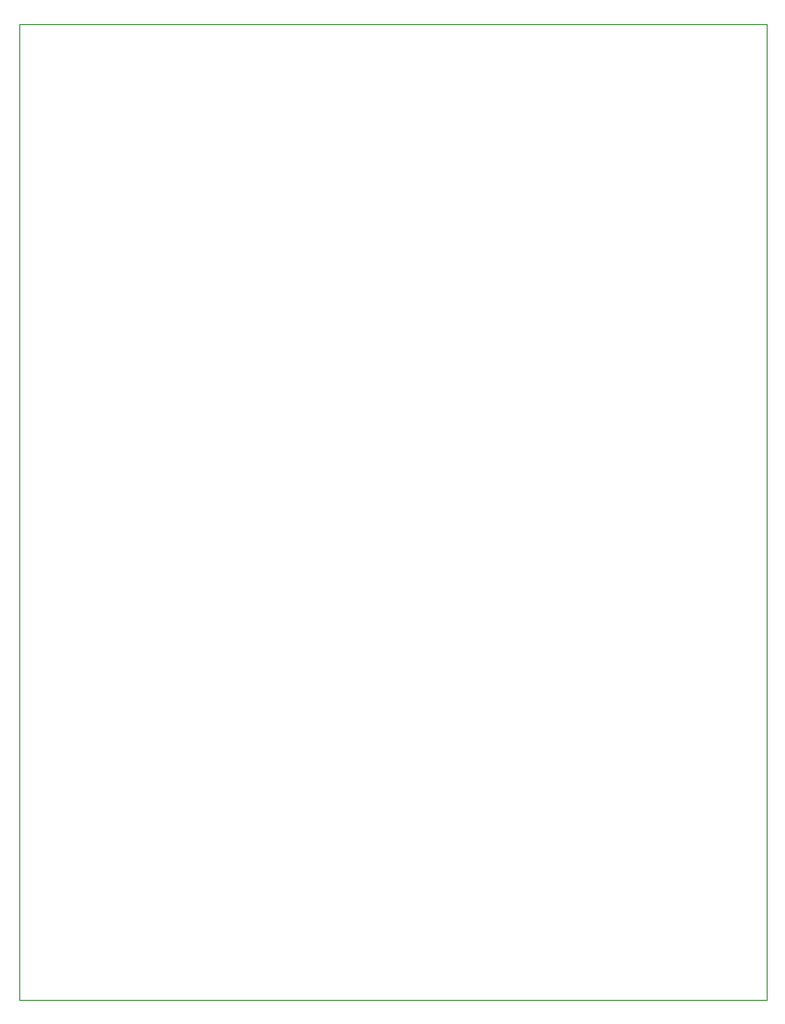
<source format=gm1>
G04*
G04 #@! TF.GenerationSoftware,Altium Limited,Altium Designer,24.5.2 (23)*
G04*
G04 Layer_Color=0*
%FSLAX44Y44*%
%MOMM*%
G71*
G04*
G04 #@! TF.SameCoordinates,D1886AC5-69C4-4AC9-A439-FDEF45822962*
G04*
G04*
G04 #@! TF.FilePolarity,Positive*
G04*
G01*
G75*
%ADD128C,0.0254*%
D128*
Y156210D02*
X655320D01*
Y1010920D01*
X0D01*
Y156210D01*
M02*

</source>
